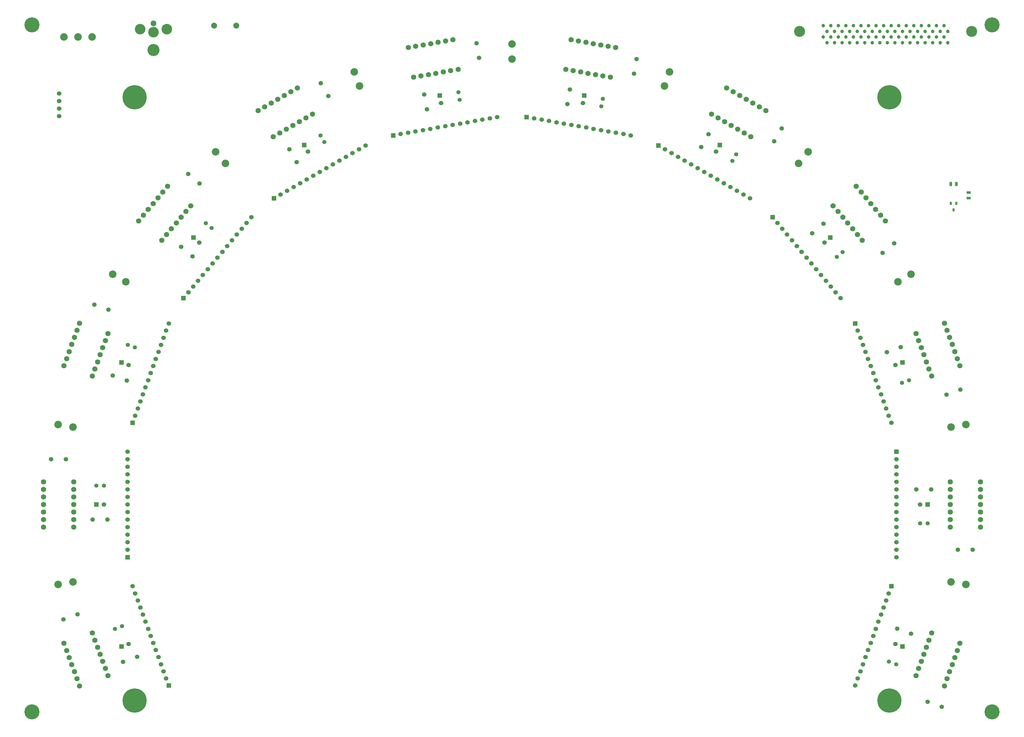
<source format=gts>
G04 (created by PCBNEW (2013-jul-07)-stable) date Fri 11 Sep 2015 11:17:02 AM PDT*
%MOIN*%
G04 Gerber Fmt 3.4, Leading zero omitted, Abs format*
%FSLAX34Y34*%
G01*
G70*
G90*
G04 APERTURE LIST*
%ADD10C,0.00590551*%
%ADD11C,0.145669*%
%ADD12C,0.0472441*%
%ADD13C,0.07*%
%ADD14R,0.0315X0.0394*%
%ADD15R,0.055X0.035*%
%ADD16R,0.035X0.055*%
%ADD17C,0.1*%
%ADD18C,0.0590551*%
%ADD19C,0.06*%
%ADD20R,0.06X0.06*%
%ADD21C,0.076*%
%ADD22C,0.14*%
%ADD23C,0.16*%
%ADD24C,0.055*%
%ADD25C,0.0787402*%
%ADD26C,0.32*%
%ADD27C,0.2*%
G04 APERTURE END LIST*
G54D10*
G54D11*
X140899Y-27246D03*
X118100Y-27246D03*
G54D12*
X137750Y-28746D03*
X137250Y-27996D03*
X136750Y-28746D03*
X136250Y-27996D03*
X135750Y-28746D03*
X135250Y-27996D03*
X134750Y-28746D03*
X134250Y-27996D03*
X133750Y-28746D03*
X133250Y-27996D03*
X132750Y-28746D03*
X132250Y-27996D03*
X131750Y-28746D03*
X131250Y-27996D03*
X130750Y-28746D03*
X130250Y-27996D03*
X129750Y-28746D03*
X129250Y-27996D03*
X128750Y-28746D03*
X128250Y-27996D03*
X127750Y-28746D03*
X127250Y-27996D03*
X126750Y-28746D03*
X126250Y-27996D03*
X125750Y-28746D03*
X125250Y-27996D03*
X124750Y-28746D03*
X124250Y-27996D03*
X123750Y-28746D03*
X123250Y-27996D03*
X122750Y-28746D03*
X122250Y-27996D03*
X121750Y-28746D03*
X121250Y-27996D03*
X137750Y-27246D03*
X137250Y-26496D03*
X136750Y-27246D03*
X136250Y-26496D03*
X135750Y-27246D03*
X135250Y-26496D03*
X134750Y-27246D03*
X134250Y-26496D03*
X133750Y-27246D03*
X133250Y-26496D03*
X132750Y-27246D03*
X132250Y-26496D03*
X131750Y-27246D03*
X131250Y-26496D03*
X130750Y-27246D03*
X130250Y-26496D03*
X129750Y-27246D03*
X129250Y-26496D03*
X128750Y-27246D03*
X128250Y-26496D03*
X127750Y-27246D03*
X127250Y-26496D03*
X126750Y-27246D03*
X126250Y-26496D03*
X125750Y-27246D03*
X125250Y-26496D03*
X124750Y-27246D03*
X124250Y-26496D03*
X123750Y-27246D03*
X123250Y-26496D03*
X122750Y-27246D03*
X122250Y-26496D03*
X121750Y-27246D03*
X121250Y-26496D03*
G54D13*
X72177Y-28357D03*
X71192Y-28531D03*
X70207Y-28704D03*
X69222Y-28878D03*
X68237Y-29052D03*
X67253Y-29225D03*
X66268Y-29399D03*
X66962Y-33338D03*
X67947Y-33165D03*
X68932Y-32991D03*
X69917Y-32817D03*
X70902Y-32644D03*
X71886Y-32470D03*
X72871Y-32296D03*
X51565Y-34750D03*
X50699Y-35250D03*
X49833Y-35750D03*
X48967Y-36250D03*
X48101Y-36750D03*
X47235Y-37250D03*
X46369Y-37750D03*
X48369Y-41214D03*
X49235Y-40714D03*
X50101Y-40214D03*
X50967Y-39714D03*
X51833Y-39214D03*
X52699Y-38714D03*
X53565Y-38214D03*
X34384Y-47807D03*
X33741Y-48573D03*
X33098Y-49339D03*
X32455Y-50105D03*
X31813Y-50871D03*
X31170Y-51637D03*
X30527Y-52403D03*
X33591Y-54975D03*
X34234Y-54209D03*
X34877Y-53442D03*
X35520Y-52676D03*
X36162Y-51910D03*
X36805Y-51144D03*
X37448Y-50378D03*
X137295Y-114046D03*
X137637Y-113106D03*
X137979Y-112167D03*
X138321Y-111227D03*
X138663Y-110287D03*
X139005Y-109347D03*
X139347Y-108408D03*
X135588Y-107040D03*
X135246Y-107979D03*
X134904Y-108919D03*
X134562Y-109859D03*
X134220Y-110798D03*
X133878Y-111738D03*
X133536Y-112678D03*
X22704Y-65953D03*
X22362Y-66893D03*
X22020Y-67832D03*
X21678Y-68772D03*
X21336Y-69712D03*
X20994Y-70652D03*
X20652Y-71591D03*
X24411Y-72959D03*
X24753Y-72020D03*
X25095Y-71080D03*
X25437Y-70140D03*
X25779Y-69201D03*
X26121Y-68261D03*
X26463Y-67321D03*
X142064Y-93000D03*
X142064Y-92000D03*
X142064Y-91000D03*
X142064Y-90000D03*
X142064Y-89000D03*
X142064Y-88000D03*
X142064Y-87000D03*
X138064Y-87000D03*
X138064Y-88000D03*
X138064Y-89000D03*
X138064Y-90000D03*
X138064Y-91000D03*
X138064Y-92000D03*
X138064Y-93000D03*
X17935Y-87000D03*
X17935Y-88000D03*
X17935Y-89000D03*
X17935Y-90000D03*
X17935Y-91000D03*
X17935Y-92000D03*
X17935Y-93000D03*
X21935Y-93000D03*
X21935Y-92000D03*
X21935Y-91000D03*
X21935Y-90000D03*
X21935Y-89000D03*
X21935Y-88000D03*
X21935Y-87000D03*
X20652Y-108408D03*
X20994Y-109347D03*
X21336Y-110287D03*
X21678Y-111227D03*
X22020Y-112167D03*
X22362Y-113106D03*
X22704Y-114046D03*
X26463Y-112678D03*
X26121Y-111738D03*
X25779Y-110798D03*
X25437Y-109859D03*
X25095Y-108919D03*
X24753Y-107979D03*
X24411Y-107040D03*
X139347Y-71591D03*
X139005Y-70652D03*
X138663Y-69712D03*
X138321Y-68772D03*
X137979Y-67832D03*
X137637Y-66893D03*
X137295Y-65953D03*
X133536Y-67321D03*
X133878Y-68261D03*
X134220Y-69201D03*
X134562Y-70140D03*
X134904Y-71080D03*
X135246Y-72020D03*
X135588Y-72959D03*
X93731Y-29399D03*
X92746Y-29225D03*
X91762Y-29052D03*
X90777Y-28878D03*
X89792Y-28704D03*
X88807Y-28531D03*
X87822Y-28357D03*
X87128Y-32296D03*
X88113Y-32470D03*
X89097Y-32644D03*
X90082Y-32817D03*
X91067Y-32991D03*
X92052Y-33165D03*
X93037Y-33338D03*
X129472Y-52403D03*
X128829Y-51637D03*
X128186Y-50871D03*
X127543Y-50105D03*
X126901Y-49339D03*
X126258Y-48573D03*
X125615Y-47807D03*
X122551Y-50378D03*
X123194Y-51144D03*
X123836Y-51910D03*
X124479Y-52676D03*
X125122Y-53442D03*
X125765Y-54209D03*
X126408Y-54975D03*
X113630Y-37750D03*
X112764Y-37250D03*
X111898Y-36750D03*
X111032Y-36250D03*
X110166Y-35750D03*
X109300Y-35250D03*
X108434Y-34750D03*
X106434Y-38214D03*
X107300Y-38714D03*
X108166Y-39214D03*
X109032Y-39714D03*
X109898Y-40214D03*
X110764Y-40714D03*
X111630Y-41214D03*
G54D14*
X138500Y-50933D03*
X138125Y-50067D03*
X138875Y-50067D03*
G54D15*
X140500Y-48625D03*
X140500Y-49375D03*
G54D16*
X138875Y-47500D03*
X138125Y-47500D03*
G54D17*
X24370Y-28000D03*
X22500Y-28000D03*
X20630Y-28000D03*
G54D18*
X37669Y-57091D03*
X36161Y-55825D03*
X129114Y-56620D03*
X130622Y-55355D03*
X68726Y-37581D03*
X68384Y-35642D03*
X114736Y-41835D03*
X115720Y-40130D03*
X137569Y-75431D03*
X139418Y-74758D03*
X96168Y-32859D03*
X96509Y-30920D03*
X87334Y-36886D03*
X87676Y-34948D03*
X51477Y-44598D03*
X50493Y-42893D03*
X139079Y-96000D03*
X141048Y-96000D03*
X136924Y-116836D03*
X135075Y-116163D03*
X30335Y-110204D03*
X28485Y-110877D03*
X26419Y-92000D03*
X24451Y-92000D03*
X28967Y-73553D03*
X27117Y-72880D03*
X55656Y-35835D03*
X54672Y-34130D03*
X38598Y-47427D03*
X37090Y-46162D03*
X26535Y-64155D03*
X24685Y-63481D03*
X20919Y-84000D03*
X18951Y-84000D03*
X22430Y-104568D03*
X20580Y-105241D03*
X129664Y-69795D03*
X131514Y-69122D03*
X133579Y-88000D03*
X135548Y-88000D03*
X75649Y-30775D03*
X75307Y-28837D03*
X119759Y-54027D03*
X121266Y-52761D03*
X131032Y-106446D03*
X132882Y-107119D03*
X105057Y-42598D03*
X106042Y-40893D03*
G54D19*
X20000Y-38500D03*
X20000Y-37500D03*
X20000Y-36500D03*
X20000Y-35500D03*
G54D20*
X135064Y-90000D03*
G54D19*
X134064Y-90000D03*
G54D20*
X52467Y-42313D03*
G54D19*
X52967Y-43179D03*
G54D20*
X70438Y-35772D03*
G54D19*
X70612Y-36757D03*
G54D20*
X89561Y-35772D03*
G54D19*
X89387Y-36757D03*
G54D20*
X37818Y-54605D03*
G54D19*
X38584Y-55248D03*
G54D20*
X28256Y-108833D03*
G54D19*
X29196Y-108491D03*
G54D20*
X131743Y-108833D03*
G54D19*
X130803Y-108491D03*
G54D20*
X131743Y-71166D03*
G54D19*
X130803Y-71508D03*
G54D20*
X122181Y-54605D03*
G54D19*
X121415Y-55248D03*
G54D20*
X28256Y-71166D03*
G54D19*
X29196Y-71508D03*
G54D20*
X107532Y-42313D03*
G54D19*
X107032Y-43179D03*
G54D20*
X24935Y-90000D03*
G54D19*
X25935Y-90000D03*
G54D20*
X99407Y-42385D03*
G54D19*
X100273Y-42885D03*
X101139Y-43385D03*
X102005Y-43885D03*
X102871Y-44385D03*
X103737Y-44885D03*
X104603Y-45385D03*
X105469Y-45885D03*
X106335Y-46385D03*
X107201Y-46885D03*
X108067Y-47385D03*
X108933Y-47885D03*
X109799Y-48385D03*
X110665Y-48885D03*
X111531Y-49385D03*
G54D20*
X130261Y-100844D03*
G54D19*
X129919Y-101784D03*
X129577Y-102723D03*
X129235Y-103663D03*
X128893Y-104603D03*
X128551Y-105543D03*
X128209Y-106482D03*
X127867Y-107422D03*
X127525Y-108362D03*
X127183Y-109301D03*
X126841Y-110241D03*
X126499Y-111181D03*
X126157Y-112120D03*
X125815Y-113060D03*
X125473Y-114000D03*
G54D20*
X130939Y-83000D03*
G54D19*
X130939Y-84000D03*
X130939Y-85000D03*
X130939Y-86000D03*
X130939Y-87000D03*
X130939Y-88000D03*
X130939Y-89000D03*
X130939Y-90000D03*
X130939Y-91000D03*
X130939Y-92000D03*
X130939Y-93000D03*
X130939Y-94000D03*
X130939Y-95000D03*
X130939Y-96000D03*
X130939Y-97000D03*
G54D20*
X125473Y-65999D03*
G54D19*
X125815Y-66939D03*
X126157Y-67879D03*
X126499Y-68818D03*
X126841Y-69758D03*
X127183Y-70698D03*
X127525Y-71637D03*
X127867Y-72577D03*
X128209Y-73517D03*
X128551Y-74456D03*
X128893Y-75396D03*
X129235Y-76336D03*
X129577Y-77276D03*
X129919Y-78215D03*
X130261Y-79155D03*
G54D20*
X114522Y-51894D03*
G54D19*
X115164Y-52660D03*
X115807Y-53426D03*
X116450Y-54192D03*
X117093Y-54958D03*
X117736Y-55724D03*
X118378Y-56490D03*
X119021Y-57256D03*
X119664Y-58022D03*
X120307Y-58788D03*
X120950Y-59554D03*
X121592Y-60320D03*
X122235Y-61086D03*
X122878Y-61852D03*
X123521Y-62619D03*
G54D20*
X81952Y-38619D03*
G54D19*
X82936Y-38792D03*
X83921Y-38966D03*
X84906Y-39140D03*
X85891Y-39313D03*
X86876Y-39487D03*
X87860Y-39660D03*
X88845Y-39834D03*
X89830Y-40008D03*
X90815Y-40181D03*
X91800Y-40355D03*
X92784Y-40529D03*
X93769Y-40702D03*
X94754Y-40876D03*
X95739Y-41050D03*
G54D20*
X64260Y-41050D03*
G54D19*
X65245Y-40876D03*
X66230Y-40702D03*
X67215Y-40529D03*
X68199Y-40355D03*
X69184Y-40181D03*
X70169Y-40008D03*
X71154Y-39834D03*
X72139Y-39660D03*
X73123Y-39487D03*
X74108Y-39313D03*
X75093Y-39140D03*
X76078Y-38966D03*
X77063Y-38792D03*
X78047Y-38619D03*
G54D20*
X48468Y-49385D03*
G54D19*
X49334Y-48885D03*
X50200Y-48385D03*
X51066Y-47885D03*
X51932Y-47385D03*
X52798Y-46885D03*
X53664Y-46385D03*
X54530Y-45885D03*
X55396Y-45385D03*
X56262Y-44885D03*
X57128Y-44385D03*
X57994Y-43885D03*
X58860Y-43385D03*
X59726Y-42885D03*
X60592Y-42385D03*
G54D20*
X36478Y-62619D03*
G54D19*
X37121Y-61852D03*
X37764Y-61086D03*
X38407Y-60320D03*
X39049Y-59554D03*
X39692Y-58788D03*
X40335Y-58022D03*
X40978Y-57256D03*
X41621Y-56490D03*
X42263Y-55724D03*
X42906Y-54958D03*
X43549Y-54192D03*
X44192Y-53426D03*
X44835Y-52660D03*
X45477Y-51894D03*
G54D20*
X29738Y-79155D03*
G54D19*
X30080Y-78215D03*
X30422Y-77276D03*
X30764Y-76336D03*
X31106Y-75396D03*
X31448Y-74456D03*
X31790Y-73517D03*
X32132Y-72577D03*
X32474Y-71637D03*
X32816Y-70698D03*
X33158Y-69758D03*
X33500Y-68818D03*
X33842Y-67879D03*
X34184Y-66939D03*
X34526Y-65999D03*
G54D20*
X29060Y-97000D03*
G54D19*
X29060Y-96000D03*
X29060Y-95000D03*
X29060Y-94000D03*
X29060Y-93000D03*
X29060Y-92000D03*
X29060Y-91000D03*
X29060Y-90000D03*
X29060Y-89000D03*
X29060Y-88000D03*
X29060Y-87000D03*
X29060Y-86000D03*
X29060Y-85000D03*
X29060Y-84000D03*
X29060Y-83000D03*
G54D20*
X34526Y-114000D03*
G54D19*
X34184Y-113060D03*
X33842Y-112120D03*
X33500Y-111181D03*
X33158Y-110241D03*
X32816Y-109301D03*
X32474Y-108362D03*
X32132Y-107422D03*
X31790Y-106482D03*
X31448Y-105543D03*
X31106Y-104603D03*
X30764Y-103663D03*
X30422Y-102723D03*
X30080Y-101784D03*
X29738Y-100844D03*
G54D21*
X32500Y-26180D03*
G54D22*
X32500Y-27360D03*
G54D23*
X32500Y-29720D03*
G54D22*
X30730Y-26970D03*
X34270Y-26970D03*
G54D17*
X80000Y-30935D03*
X80000Y-28935D03*
X21832Y-100256D03*
X19863Y-100603D03*
X21832Y-79743D03*
X19863Y-79396D03*
X28848Y-60467D03*
X27116Y-59467D03*
X42034Y-44754D03*
X40748Y-43222D03*
X59798Y-34497D03*
X59114Y-32618D03*
G54D24*
X30051Y-69159D03*
X29111Y-68817D03*
X28341Y-106141D03*
X27401Y-106484D03*
X25935Y-87500D03*
X24935Y-87500D03*
X131658Y-73858D03*
X132598Y-73515D03*
X40191Y-53333D03*
X39425Y-52690D03*
X55133Y-41929D03*
X54633Y-41063D03*
X73073Y-36322D03*
X72900Y-35338D03*
X91850Y-37191D03*
X92023Y-36206D03*
X129948Y-110840D03*
X130888Y-111182D03*
X109197Y-44429D03*
X109697Y-43563D03*
X134064Y-92500D03*
X135064Y-92500D03*
X123022Y-57163D03*
X123788Y-56520D03*
G54D25*
X40523Y-26500D03*
X43476Y-26500D03*
G54D17*
X100201Y-34497D03*
X100885Y-32618D03*
X117965Y-44754D03*
X119251Y-43222D03*
X131151Y-60467D03*
X132883Y-59467D03*
X138167Y-79743D03*
X140136Y-79396D03*
X138167Y-100256D03*
X140136Y-100603D03*
G54D26*
X30000Y-36000D03*
X130000Y-36000D03*
X130000Y-116000D03*
X30000Y-116000D03*
G54D27*
X143600Y-26400D03*
X16400Y-117500D03*
X143600Y-117500D03*
X16400Y-26400D03*
M02*

</source>
